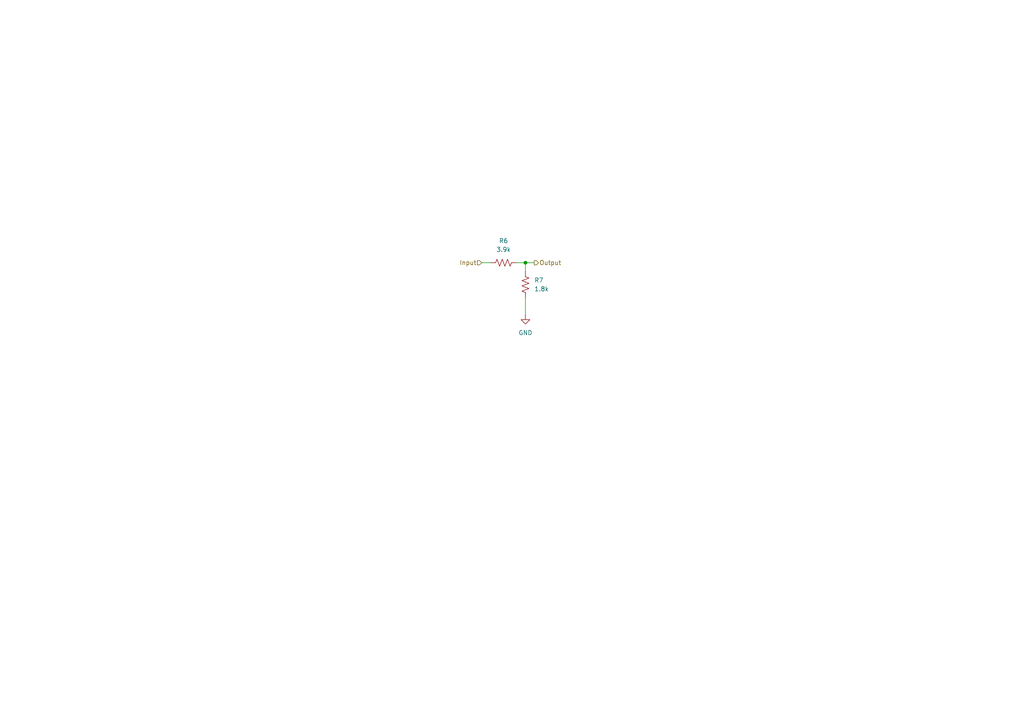
<source format=kicad_sch>
(kicad_sch (version 20250114) (generator "eeschema") (generator_version "9.0")
  (paper "A4")
  (lib_symbols
    (symbol "Device:R_US" (pin_numbers (hide yes)) (pin_names (offset 0))
      (property "Reference" "R" (at 2.54 0 90))
      (property "Value" "R_US" (at -2.54 0 90))
      (symbol "R_US_0_1"
        (polyline (pts (xy 0 2.286) (xy 0 2.54)))
        (polyline (pts (xy 0 2.286) (xy 1.016 1.905) (xy 0 1.524) (xy -1.016 1.143) (xy 0 0.762)))
        (polyline (pts (xy 0 0.762) (xy 1.016 0.381) (xy 0 0) (xy -1.016 -0.381) (xy 0 -0.762)))
        (polyline (pts (xy 0 -0.762) (xy 1.016 -1.143) (xy 0 -1.524) (xy -1.016 -1.905) (xy 0 -2.286)))
        (polyline (pts (xy 0 -2.286) (xy 0 -2.54)))
      )
      (symbol "R_US_1_1"
        (pin passive line (at 0 3.81 270) (length 1.27) (name "~") (number "1"))
        (pin passive line (at 0 -3.81 90) (length 1.27) (name "~") (number "2"))
      )
    )
    (symbol "power:GND" (power) (pin_numbers (hide yes)) (pin_names (offset 0) (hide yes))
      (property "Value" "GND" (at 0 -3.81 0))
      (symbol "GND_0_1"
        (polyline (pts (xy 0 0) (xy 0 -1.27) (xy 1.27 -1.27) (xy 0 -2.54) (xy -1.27 -1.27) (xy 0 -1.27)))
      )
      (symbol "GND_1_1"
        (pin power_in line (at 0 0 270) (length 0) (name "~") (number "1"))
      )
    )
  )
  (junction (at 152.4 76.2))
  (wire (pts (xy 152.4 76.2) (xy 154.94 76.2)))
  (wire (pts (xy 139.7 76.2) (xy 142.24 76.2)))
  (wire (pts (xy 149.86 76.2) (xy 152.4 76.2)))
  (wire (pts (xy 152.4 76.2) (xy 152.4 78.74)))
  (wire (pts (xy 152.4 86.36) (xy 152.4 91.44)))
  (hierarchical_label "Input" (shape input) (at 139.7 76.2 180))
  (hierarchical_label "Output" (shape output) (at 154.94 76.2 0))
  (symbol (lib_id "Device:R_US") (at 146.05 76.2 90) (unit 1) (in_bom no)
    (property "Reference" "R6" (at 146.05 69.85 90))
    (property "Value" "3.9k" (at 146.05 72.39 90))
    (property "Footprint" "TwoTerminal:THT_10.16mm" (effects (hide yes)))
    (property "Description" "Resistor, US symbol" (effects (hide yes)))
  )
  (symbol (lib_id "power:GND") (at 152.4 91.44 0) (unit 1)
    (property "Reference" "#PWR06" (effects (hide yes)))
    (property "Value" "GND" (at 152.4 96.52 0))
    (property "Description" "Power symbol creates a global label with name \"GND\" , ground" (effects (hide yes)))
  )
  (symbol (lib_id "Device:R_US") (at 152.4 82.55 180) (unit 1) (in_bom no)
    (property "Reference" "R7" (at 154.94 81.2799 0) (effects (justify right)))
    (property "Value" "1.8k" (at 154.94 83.8199 0) (effects (justify right)))
    (property "Footprint" "TwoTerminal:THT_10.16mm" (effects (hide yes)))
    (property "Description" "Resistor, US symbol" (effects (hide yes)))
  )
)
</source>
